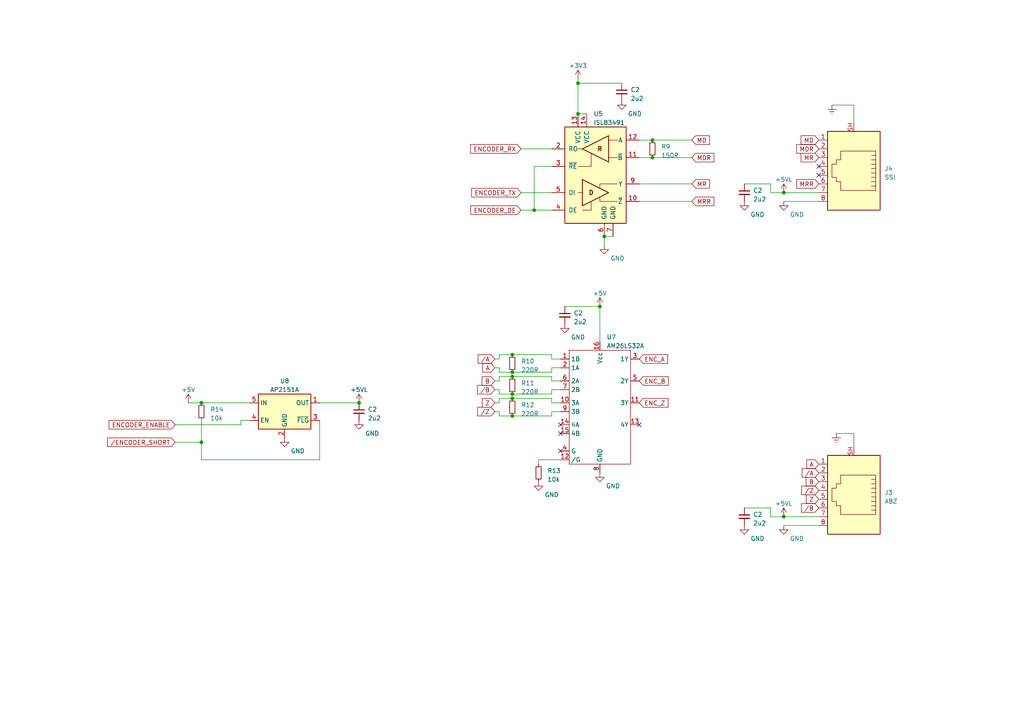
<source format=kicad_sch>
(kicad_sch (version 20230121) (generator eeschema)
  (paper "A4")
  (lib_symbols
    (symbol "Connector:8P8C_Shielded" (pin_names (offset 1.016))
      (property "Reference" "J" (at -5.08 13.97 0))
      (property "Value" "8P8C_Shielded" (at 2.54 13.97 0))
      (symbol "8P8C_Shielded_0_1"
        (polyline (pts (xy -5.08 4.445) (xy -6.35 4.445)))
        (polyline (pts (xy -5.08 5.715) (xy -6.35 5.715)))
        (polyline (pts (xy -6.35 -3.175) (xy -5.08 -3.175) (xy -5.08 -3.175)))
        (polyline (pts (xy -6.35 -1.905) (xy -5.08 -1.905) (xy -5.08 -1.905)))
        (polyline (pts (xy -6.35 -0.635) (xy -5.08 -0.635) (xy -5.08 -0.635)))
        (polyline (pts (xy -6.35 0.635) (xy -5.08 0.635) (xy -5.08 0.635)))
        (polyline (pts (xy -6.35 1.905) (xy -5.08 1.905) (xy -5.08 1.905)))
        (polyline (pts (xy -5.08 3.175) (xy -6.35 3.175) (xy -6.35 3.175)))
        (polyline (pts (xy -6.35 -4.445) (xy -6.35 6.985) (xy 3.81 6.985) (xy 3.81 4.445) (xy 5.08 4.445) (xy 5.08 3.175) (xy 6.35 3.175) (xy 6.35 -0.635) (xy 5.08 -0.635) (xy 5.08 -1.905) (xy 3.81 -1.905) (xy 3.81 -4.445) (xy -6.35 -4.445) (xy -6.35 -4.445)))
        (rectangle (start 7.62 12.7) (end -7.62 -10.16) (stroke (width 0.254)) (fill (type background)))
      )
      (symbol "8P8C_Shielded_1_1"
        (pin passive line (at 10.16 -7.62 180) (length 2.54) (name "~") (number "1"))
        (pin passive line (at 10.16 -5.08 180) (length 2.54) (name "~") (number "2"))
        (pin passive line (at 10.16 -2.54 180) (length 2.54) (name "~") (number "3"))
        (pin passive line (at 10.16 0 180) (length 2.54) (name "~") (number "4"))
        (pin passive line (at 10.16 2.54 180) (length 2.54) (name "~") (number "5"))
        (pin passive line (at 10.16 5.08 180) (length 2.54) (name "~") (number "6"))
        (pin passive line (at 10.16 7.62 180) (length 2.54) (name "~") (number "7"))
        (pin passive line (at 10.16 10.16 180) (length 2.54) (name "~") (number "8"))
        (pin passive line (at 0 -12.7 90) (length 2.54) (name "~") (number "SH"))
      )
    )
    (symbol "Device:C_Small" (pin_numbers hide) (pin_names (offset 0.254) hide)
      (property "Reference" "C" (at 0.254 1.778 0))
      (property "Value" "C_Small" (at 0.254 -2.032 0))
      (symbol "C_Small_0_1"
        (polyline (pts (xy -1.524 -0.508) (xy 1.524 -0.508)) (stroke (width 0.3302)))
        (polyline (pts (xy -1.524 0.508) (xy 1.524 0.508)) (stroke (width 0.3048)))
      )
      (symbol "C_Small_1_1"
        (pin passive line (at 0 2.54 270) (length 2.032) (name "~") (number "1"))
        (pin passive line (at 0 -2.54 90) (length 2.032) (name "~") (number "2"))
      )
    )
    (symbol "Device:R_Small" (pin_numbers hide) (pin_names (offset 0.254) hide)
      (property "Reference" "R" (at 0.762 0.508 0))
      (property "Value" "R_Small" (at 0.762 -1.016 0))
      (symbol "R_Small_0_1"
        (rectangle (start -0.762 1.778) (end 0.762 -1.778) (stroke (width 0.2032)))
      )
      (symbol "R_Small_1_1"
        (pin passive line (at 0 2.54 270) (length 0.762) (name "~") (number "1"))
        (pin passive line (at 0 -2.54 90) (length 0.762) (name "~") (number "2"))
      )
    )
    (symbol "Interface_UART:ISL83491" (pin_names (offset 1.016))
      (property "Reference" "U" (at -7.62 -15.24 0))
      (property "Value" "ISL83491" (at 0 15.24 0))
      (symbol "ISL83491_0_0"
        (text "D" (at -1.27 -5.08 0) (effects (font (size 1.27 1.27) bold)))
        (text "R" (at 1.27 7.62 0) (effects (font (size 1.27 1.27) bold)))
      )
      (symbol "ISL83491_0_1"
        (rectangle (start -8.89 13.97) (end 8.89 -13.97) (stroke (width 0.254)) (fill (type background)))
        (polyline (pts (xy -5.08 -5.08) (xy -3.81 -5.08)))
        (polyline (pts (xy -3.81 7.62) (xy -5.08 7.62)))
        (polyline (pts (xy 6.35 5.08) (xy 3.81 5.08) (xy 3.81 5.08)))
        (polyline (pts (xy 6.35 10.16) (xy 3.81 10.16) (xy 3.81 10.16)))
        (polyline (pts (xy -3.81 -10.16) (xy -1.27 -10.16) (xy -1.27 -7.62) (xy -1.27 -7.62)))
        (polyline (pts (xy -1.27 6.35) (xy -1.27 2.54) (xy -2.54 2.54) (xy -5.08 2.54)))
        (polyline (pts (xy 6.35 -7.62) (xy 1.27 -7.62) (xy 1.27 -6.35) (xy 1.27 -6.35)))
        (polyline (pts (xy 6.35 -2.54) (xy 1.27 -2.54) (xy 1.27 -3.81) (xy 1.27 -3.81)))
        (polyline (pts (xy -3.81 -1.27) (xy -3.81 -8.89) (xy 3.81 -5.08) (xy -3.81 -1.27) (xy -3.81 -1.27)) (stroke (width 0.254)))
        (polyline (pts (xy 3.81 11.43) (xy 3.81 3.81) (xy -3.81 7.62) (xy 3.81 11.43) (xy 3.81 11.43)) (stroke (width 0.254)))
      )
      (symbol "ISL83491_1_1"
        (pin output line (at 12.7 -7.62 180) (length 3.81) (name "~{Z}") (number "10"))
        (pin input line (at 12.7 5.08 180) (length 3.81) (name "~{B}") (number "11"))
        (pin input line (at 12.7 10.16 180) (length 3.81) (name "A") (number "12"))
        (pin power_in line (at -5.08 17.78 270) (length 3.81) (name "VCC") (number "13"))
        (pin power_in line (at -2.54 17.78 270) (length 3.81) (name "VCC") (number "14"))
        (pin output line (at -12.7 7.62 0) (length 3.81) (name "RO") (number "2"))
        (pin input line (at -12.7 2.54 0) (length 3.81) (name "~{RE}") (number "3"))
        (pin input line (at -12.7 -10.16 0) (length 3.81) (name "DE") (number "4"))
        (pin input line (at -12.7 -5.08 0) (length 3.81) (name "DI") (number "5"))
        (pin power_in line (at 2.54 -17.78 90) (length 3.81) (name "GND") (number "6"))
        (pin power_in line (at 5.08 -17.78 90) (length 3.81) (name "GND") (number "7"))
        (pin output line (at 12.7 -2.54 180) (length 3.81) (name "Y") (number "9"))
      )
    )
    (symbol "Power_Management:AP2171W"
      (property "Reference" "U" (at -7.62 -6.35 0))
      (property "Value" "AP2171W" (at -7.62 6.35 0))
      (symbol "AP2171W_0_1"
        (rectangle (start -7.62 5.08) (end 7.62 -5.08) (stroke (width 0.254)) (fill (type background)))
      )
      (symbol "AP2171W_1_1"
        (pin power_out line (at 10.16 2.54 180) (length 2.54) (name "OUT") (number "1"))
        (pin power_in line (at 0 -7.62 90) (length 2.54) (name "GND") (number "2"))
        (pin open_collector line (at 10.16 -2.54 180) (length 2.54) (name "~{FLG}") (number "3"))
        (pin input line (at -10.16 -2.54 0) (length 2.54) (name "EN") (number "4"))
        (pin power_in line (at -10.16 2.54 0) (length 2.54) (name "IN") (number "5"))
      )
    )
    (symbol "am26ls32:AM26LS32A"
      (property "Reference" "U" (at -1.27 2.54 0))
      (property "Value" "AM26LS32A" (at 0 0 0))
      (symbol "AM26LS32A_0_1"
        (rectangle (start -8.89 13.97) (end 8.89 -19.05) (stroke (width 0.1524)))
      )
      (symbol "AM26LS32A_1_1"
        (pin input line (at -11.43 11.43 0) (length 2.54) (name "1B") (number "1"))
        (pin input line (at -11.43 -1.27 0) (length 2.54) (name "3A") (number "10"))
        (pin output line (at 11.43 -1.27 180) (length 2.54) (name "3Y") (number "11"))
        (pin input line (at -11.43 -17.78 0) (length 2.54) (name "/G") (number "12"))
        (pin output line (at 11.43 -7.62 180) (length 2.54) (name "4Y") (number "13"))
        (pin input line (at -11.43 -7.62 0) (length 2.54) (name "4A") (number "14"))
        (pin input line (at -11.43 -10.16 0) (length 2.54) (name "4B") (number "15"))
        (pin power_in line (at 0 16.51 270) (length 2.54) (name "Vcc") (number "16"))
        (pin input line (at -11.43 8.89 0) (length 2.54) (name "1A") (number "2"))
        (pin output line (at 11.43 11.43 180) (length 2.54) (name "1Y") (number "3"))
        (pin input line (at -11.43 -15.24 0) (length 2.54) (name "G") (number "4"))
        (pin output line (at 11.43 5.08 180) (length 2.54) (name "2Y") (number "5"))
        (pin input line (at -11.43 5.08 0) (length 2.54) (name "2A") (number "6"))
        (pin input line (at -11.43 2.54 0) (length 2.54) (name "2B") (number "7"))
        (pin power_in line (at 0 -21.59 90) (length 2.54) (name "GND") (number "8"))
        (pin input line (at -11.43 -3.81 0) (length 2.54) (name "3B") (number "9"))
      )
    )
    (symbol "power:+3V3" (power) (pin_names (offset 0))
      (property "Value" "+3V3" (at 0 3.556 0))
      (symbol "+3V3_0_1"
        (polyline (pts (xy -0.762 1.27) (xy 0 2.54)))
        (polyline (pts (xy 0 0) (xy 0 2.54)))
        (polyline (pts (xy 0 2.54) (xy 0.762 1.27)))
      )
      (symbol "+3V3_1_1"
        (pin power_in line (at 0 0 90) (length 0) hide (name "+3V3") (number "1"))
      )
    )
    (symbol "power:+5V" (power) (pin_names (offset 0))
      (property "Value" "+5V" (at 0 3.556 0))
      (symbol "+5V_0_1"
        (polyline (pts (xy -0.762 1.27) (xy 0 2.54)))
        (polyline (pts (xy 0 0) (xy 0 2.54)))
        (polyline (pts (xy 0 2.54) (xy 0.762 1.27)))
      )
      (symbol "+5V_1_1"
        (pin power_in line (at 0 0 90) (length 0) hide (name "+5V") (number "1"))
      )
    )
    (symbol "power:+5VL" (power) (pin_names (offset 0))
      (property "Value" "+5VL" (at 0 3.556 0))
      (symbol "+5VL_0_1"
        (polyline (pts (xy -0.762 1.27) (xy 0 2.54)))
        (polyline (pts (xy 0 0) (xy 0 2.54)))
        (polyline (pts (xy 0 2.54) (xy 0.762 1.27)))
      )
      (symbol "+5VL_1_1"
        (pin power_in line (at 0 0 90) (length 0) hide (name "+5VL") (number "1"))
      )
    )
    (symbol "power:Earth" (power) (pin_names (offset 0))
      (symbol "Earth_0_1"
        (polyline (pts (xy -0.635 -1.905) (xy 0.635 -1.905)))
        (polyline (pts (xy -0.127 -2.54) (xy 0.127 -2.54)))
        (polyline (pts (xy 0 -1.27) (xy 0 0)))
        (polyline (pts (xy 1.27 -1.27) (xy -1.27 -1.27)))
      )
      (symbol "Earth_1_1"
        (pin power_in line (at 0 0 270) (length 0) hide (name "Earth") (number "1"))
      )
    )
    (symbol "power:GND" (power) (pin_names (offset 0))
      (property "Value" "GND" (at 0 -3.81 0))
      (symbol "GND_0_1"
        (polyline (pts (xy 0 0) (xy 0 -1.27) (xy 1.27 -1.27) (xy 0 -2.54) (xy -1.27 -1.27) (xy 0 -1.27)))
      )
      (symbol "GND_1_1"
        (pin power_in line (at 0 0 270) (length 0) hide (name "GND") (number "1"))
      )
    )
  )
  (junction (at 227.33 55.88))
  (junction (at 167.64 33.02))
  (junction (at 104.14 116.84))
  (junction (at 148.59 120.65))
  (junction (at 227.33 149.86))
  (junction (at 58.42 128.27))
  (junction (at 148.59 109.22))
  (junction (at 148.59 114.3))
  (junction (at 148.59 115.57))
  (junction (at 167.64 24.13))
  (junction (at 189.23 40.64))
  (junction (at 173.99 88.9))
  (junction (at 154.94 60.96))
  (junction (at 58.42 116.84))
  (junction (at 175.26 68.58))
  (junction (at 148.59 102.87))
  (junction (at 189.23 45.72))
  (junction (at 148.59 107.95))
  (no_connect (at 237.49 50.8))
  (no_connect (at 162.56 130.81))
  (no_connect (at 162.56 125.73))
  (no_connect (at 185.42 123.19))
  (no_connect (at 237.49 48.26))
  (no_connect (at 162.56 123.19))
  (wire (pts (xy 185.42 40.64) (xy 189.23 40.64)))
  (wire (pts (xy 144.78 104.14) (xy 144.78 102.87)))
  (wire (pts (xy 167.64 22.86) (xy 167.64 24.13)))
  (wire (pts (xy 144.78 109.22) (xy 148.59 109.22)))
  (wire (pts (xy 160.02 48.26) (xy 154.94 48.26)))
  (wire (pts (xy 160.02 102.87) (xy 148.59 102.87)))
  (wire (pts (xy 58.42 121.92) (xy 58.42 128.27)))
  (wire (pts (xy 156.21 133.35) (xy 162.56 133.35)))
  (wire (pts (xy 227.33 55.88) (xy 237.49 55.88)))
  (wire (pts (xy 144.78 106.68) (xy 144.78 107.95)))
  (wire (pts (xy 154.94 60.96) (xy 160.02 60.96)))
  (wire (pts (xy 144.78 116.84) (xy 144.78 115.57)))
  (wire (pts (xy 143.51 116.84) (xy 144.78 116.84)))
  (wire (pts (xy 162.56 116.84) (xy 160.02 116.84)))
  (wire (pts (xy 247.65 129.54) (xy 247.65 125.73)))
  (wire (pts (xy 148.59 120.65) (xy 160.02 120.65)))
  (wire (pts (xy 144.78 113.03) (xy 144.78 114.3)))
  (wire (pts (xy 144.78 115.57) (xy 148.59 115.57)))
  (wire (pts (xy 58.42 133.35) (xy 92.71 133.35)))
  (wire (pts (xy 69.85 123.19) (xy 50.8 123.19)))
  (wire (pts (xy 167.64 24.13) (xy 180.34 24.13)))
  (wire (pts (xy 151.13 55.88) (xy 160.02 55.88)))
  (wire (pts (xy 247.65 30.48) (xy 241.3 30.48)))
  (wire (pts (xy 160.02 110.49) (xy 160.02 109.22)))
  (wire (pts (xy 175.26 68.58) (xy 177.8 68.58)))
  (wire (pts (xy 189.23 40.64) (xy 200.66 40.64)))
  (wire (pts (xy 167.64 33.02) (xy 170.18 33.02)))
  (wire (pts (xy 72.39 121.92) (xy 69.85 121.92)))
  (wire (pts (xy 160.02 104.14) (xy 160.02 102.87)))
  (wire (pts (xy 143.51 113.03) (xy 144.78 113.03)))
  (wire (pts (xy 185.42 58.42) (xy 200.66 58.42)))
  (wire (pts (xy 173.99 88.9) (xy 163.83 88.9)))
  (wire (pts (xy 227.33 149.86) (xy 237.49 149.86)))
  (wire (pts (xy 143.51 110.49) (xy 144.78 110.49)))
  (wire (pts (xy 143.51 106.68) (xy 144.78 106.68)))
  (wire (pts (xy 185.42 53.34) (xy 200.66 53.34)))
  (wire (pts (xy 54.61 116.84) (xy 58.42 116.84)))
  (wire (pts (xy 160.02 106.68) (xy 162.56 106.68)))
  (wire (pts (xy 189.23 45.72) (xy 200.66 45.72)))
  (wire (pts (xy 185.42 45.72) (xy 189.23 45.72)))
  (wire (pts (xy 69.85 121.92) (xy 69.85 123.19)))
  (wire (pts (xy 148.59 107.95) (xy 160.02 107.95)))
  (wire (pts (xy 162.56 110.49) (xy 160.02 110.49)))
  (wire (pts (xy 223.52 149.86) (xy 223.52 147.32)))
  (wire (pts (xy 167.64 24.13) (xy 167.64 33.02)))
  (wire (pts (xy 144.78 119.38) (xy 144.78 120.65)))
  (wire (pts (xy 227.33 152.4) (xy 237.49 152.4)))
  (wire (pts (xy 92.71 133.35) (xy 92.71 121.92)))
  (wire (pts (xy 144.78 120.65) (xy 148.59 120.65)))
  (wire (pts (xy 154.94 48.26) (xy 154.94 60.96)))
  (wire (pts (xy 162.56 104.14) (xy 160.02 104.14)))
  (wire (pts (xy 151.13 43.18) (xy 160.02 43.18)))
  (wire (pts (xy 143.51 119.38) (xy 144.78 119.38)))
  (wire (pts (xy 143.51 104.14) (xy 144.78 104.14)))
  (wire (pts (xy 223.52 55.88) (xy 223.52 53.34)))
  (wire (pts (xy 144.78 102.87) (xy 148.59 102.87)))
  (wire (pts (xy 160.02 114.3) (xy 160.02 113.03)))
  (wire (pts (xy 227.33 149.86) (xy 223.52 149.86)))
  (wire (pts (xy 223.52 147.32) (xy 215.9 147.32)))
  (wire (pts (xy 92.71 116.84) (xy 104.14 116.84)))
  (wire (pts (xy 223.52 53.34) (xy 215.9 53.34)))
  (wire (pts (xy 148.59 114.3) (xy 160.02 114.3)))
  (wire (pts (xy 50.8 128.27) (xy 58.42 128.27)))
  (wire (pts (xy 144.78 107.95) (xy 148.59 107.95)))
  (wire (pts (xy 160.02 119.38) (xy 162.56 119.38)))
  (wire (pts (xy 160.02 120.65) (xy 160.02 119.38)))
  (wire (pts (xy 156.21 134.62) (xy 156.21 133.35)))
  (wire (pts (xy 58.42 128.27) (xy 58.42 133.35)))
  (wire (pts (xy 151.13 60.96) (xy 154.94 60.96)))
  (wire (pts (xy 173.99 99.06) (xy 173.99 88.9)))
  (wire (pts (xy 160.02 113.03) (xy 162.56 113.03)))
  (wire (pts (xy 160.02 116.84) (xy 160.02 115.57)))
  (wire (pts (xy 148.59 115.57) (xy 160.02 115.57)))
  (wire (pts (xy 160.02 109.22) (xy 148.59 109.22)))
  (wire (pts (xy 247.65 35.56) (xy 247.65 30.48)))
  (wire (pts (xy 247.65 125.73) (xy 242.57 125.73)))
  (wire (pts (xy 58.42 116.84) (xy 72.39 116.84)))
  (wire (pts (xy 144.78 114.3) (xy 148.59 114.3)))
  (wire (pts (xy 160.02 107.95) (xy 160.02 106.68)))
  (wire (pts (xy 175.26 68.58) (xy 175.26 71.12)))
  (wire (pts (xy 227.33 58.42) (xy 237.49 58.42)))
  (wire (pts (xy 227.33 55.88) (xy 223.52 55.88)))
  (wire (pts (xy 144.78 110.49) (xy 144.78 109.22)))
  (global_label "ENCODER_DE" (shape input) (at 151.13 60.96 180) (property "Intersheetrefs" "${INTERSHEET_REFS}" (effects hide)))
  (global_label "B" (shape input) (at 237.49 139.7 180) (property "Intersheetrefs" "${INTERSHEET_REFS}" (effects hide)))
  (global_label "{slash}A" (shape input) (at 143.51 104.14 180) (property "Intersheetrefs" "${INTERSHEET_REFS}" (effects hide)))
  (global_label "Z" (shape input) (at 143.51 116.84 180) (property "Intersheetrefs" "${INTERSHEET_REFS}" (effects hide)))
  (global_label "{slash}Z" (shape input) (at 237.49 142.24 180) (property "Intersheetrefs" "${INTERSHEET_REFS}" (effects hide)))
  (global_label "{slash}B" (shape input) (at 143.51 113.03 180) (property "Intersheetrefs" "${INTERSHEET_REFS}" (effects hide)))
  (global_label "MD" (shape input) (at 200.66 40.64 0) (property "Intersheetrefs" "${INTERSHEET_REFS}" (effects hide)))
  (global_label "ENCODER_RX" (shape input) (at 151.13 43.18 180) (property "Intersheetrefs" "${INTERSHEET_REFS}" (effects hide)))
  (global_label "{slash}ENCODER_SHORT" (shape input) (at 50.8 128.27 180) (property "Intersheetrefs" "${INTERSHEET_REFS}" (effects hide)))
  (global_label "MDR" (shape input) (at 237.49 43.18 180) (property "Intersheetrefs" "${INTERSHEET_REFS}" (effects hide)))
  (global_label "A" (shape input) (at 237.49 134.62 180) (property "Intersheetrefs" "${INTERSHEET_REFS}" (effects hide)))
  (global_label "{slash}Z" (shape input) (at 143.51 119.38 180) (property "Intersheetrefs" "${INTERSHEET_REFS}" (effects hide)))
  (global_label "MRR" (shape input) (at 237.49 53.34 180) (property "Intersheetrefs" "${INTERSHEET_REFS}" (effects hide)))
  (global_label "MDR" (shape input) (at 200.66 45.72 0) (property "Intersheetrefs" "${INTERSHEET_REFS}" (effects hide)))
  (global_label "MRR" (shape input) (at 200.66 58.42 0) (property "Intersheetrefs" "${INTERSHEET_REFS}" (effects hide)))
  (global_label "ENC_Z" (shape input) (at 185.42 116.84 0) (property "Intersheetrefs" "${INTERSHEET_REFS}" (effects hide)))
  (global_label "ENC_A" (shape input) (at 185.42 104.14 0) (property "Intersheetrefs" "${INTERSHEET_REFS}" (effects hide)))
  (global_label "Z" (shape input) (at 237.49 144.78 180) (property "Intersheetrefs" "${INTERSHEET_REFS}" (effects hide)))
  (global_label "MR" (shape input) (at 237.49 45.72 180) (property "Intersheetrefs" "${INTERSHEET_REFS}" (effects hide)))
  (global_label "ENCODER_TX" (shape input) (at 151.13 55.88 180) (property "Intersheetrefs" "${INTERSHEET_REFS}" (effects hide)))
  (global_label "{slash}A" (shape input) (at 237.49 137.16 180) (property "Intersheetrefs" "${INTERSHEET_REFS}" (effects hide)))
  (global_label "B" (shape input) (at 143.51 110.49 180) (property "Intersheetrefs" "${INTERSHEET_REFS}" (effects hide)))
  (global_label "MD" (shape input) (at 237.49 40.64 180) (property "Intersheetrefs" "${INTERSHEET_REFS}" (effects hide)))
  (global_label "ENC_B" (shape input) (at 185.42 110.49 0) (property "Intersheetrefs" "${INTERSHEET_REFS}" (effects hide)))
  (global_label "MR" (shape input) (at 200.66 53.34 0) (property "Intersheetrefs" "${INTERSHEET_REFS}" (effects hide)))
  (global_label "A" (shape input) (at 143.51 106.68 180) (property "Intersheetrefs" "${INTERSHEET_REFS}" (effects hide)))
  (global_label "ENCODER_ENABLE" (shape input) (at 50.8 123.19 180) (property "Intersheetrefs" "${INTERSHEET_REFS}" (effects hide)))
  (global_label "{slash}B" (shape input) (at 237.49 147.32 180) (property "Intersheetrefs" "${INTERSHEET_REFS}" (effects hide)))
  (symbol (lib_id "power:GND") (at 156.21 139.7 0) (unit 1)
    (property "Reference" "#PWR03" (effects hide))
    (property "Value" "GND" (at 160.02 143.51 0))
    (instances (project "servo_cpu" (path "" (reference "#PWR03") (unit 1)) (path "" (reference "#PWR022") (unit 1)) (path "" (reference "#PWR043") (unit 1)) (path "" (reference "#PWR059") (unit 1))))
  )
  (symbol (lib_id "power:GND") (at 163.83 93.98 0) (unit 1)
    (property "Reference" "#PWR03" (effects hide))
    (property "Value" "GND" (at 167.64 97.79 0))
    (instances (project "servo_cpu" (path "" (reference "#PWR03") (unit 1)) (path "" (reference "#PWR022") (unit 1)) (path "" (reference "#PWR043") (unit 1)) (path "" (reference "#PWR056") (unit 1))))
  )
  (symbol (lib_id "Device:R_Small") (at 156.21 137.16 0) (unit 1)
    (property "Reference" "R13" (at 158.75 136.525 0) (effects (justify left)))
    (property "Value" "10k" (at 158.75 139.065 0) (effects (justify left)))
  )
  (symbol (lib_id "power:GND") (at 215.9 152.4 0) (unit 1)
    (property "Reference" "#PWR03" (effects hide))
    (property "Value" "GND" (at 219.71 156.21 0))
    (instances (project "servo_cpu" (path "" (reference "#PWR03") (unit 1)) (path "" (reference "#PWR022") (unit 1)) (path "" (reference "#PWR043") (unit 1)) (path "" (reference "#PWR063") (unit 1))))
  )
  (symbol (lib_id "power:+5V") (at 173.99 88.9 0) (unit 1)
    (property "Reference" "#PWR057" (effects hide))
    (property "Value" "+5V" (at 173.99 85.09 0))
  )
  (symbol (lib_id "power:GND") (at 173.99 137.16 0) (unit 1)
    (property "Reference" "#PWR03" (effects hide))
    (property "Value" "GND" (at 177.8 140.97 0))
    (instances (project "servo_cpu" (path "" (reference "#PWR03") (unit 1)) (path "" (reference "#PWR022") (unit 1)) (path "" (reference "#PWR043") (unit 1)) (path "" (reference "#PWR058") (unit 1))))
  )
  (symbol (lib_id "Device:C_Small") (at 163.83 91.44 0) (unit 1)
    (property "Reference" "C2" (at 166.37 90.8113 0) (effects (justify left)))
    (property "Value" "2u2" (at 166.37 93.3513 0) (effects (justify left)))
    (instances (project "servo_cpu" (path "" (reference "C2") (unit 1)) (path "" (reference "C12") (unit 1)) (path "" (reference "C25") (unit 1)) (path "" (reference "C33") (unit 1))))
  )
  (symbol (lib_id "power:GND") (at 227.33 58.42 0) (unit 1)
    (property "Reference" "#PWR03" (effects hide))
    (property "Value" "GND" (at 231.14 62.23 0))
    (instances (project "servo_cpu" (path "" (reference "#PWR03") (unit 1)) (path "" (reference "#PWR022") (unit 1)) (path "" (reference "#PWR043") (unit 1)) (path "" (reference "#PWR071") (unit 1))))
  )
  (symbol (lib_id "Device:R_Small") (at 148.59 111.76 0) (unit 1)
    (property "Reference" "R11" (at 151.13 111.125 0) (effects (justify left)))
    (property "Value" "220R" (at 151.13 113.665 0) (effects (justify left)))
  )
  (symbol (lib_id "power:+3V3") (at 167.64 22.86 0) (unit 1)
    (property "Reference" "#PWR01" (effects hide))
    (property "Value" "+3V3" (at 167.64 19.05 0))
    (instances (project "servo_cpu" (path "" (reference "#PWR01") (unit 1)) (path "" (reference "#PWR011") (unit 1)) (path "" (reference "#PWR044") (unit 1)) (path "" (reference "#PWR053") (unit 1))))
  )
  (symbol (lib_id "power:+5V") (at 54.61 116.84 0) (unit 1)
    (property "Reference" "#PWR067" (effects hide))
    (property "Value" "+5V" (at 54.61 113.03 0))
  )
  (symbol (lib_id "Device:C_Small") (at 215.9 55.88 0) (unit 1)
    (property "Reference" "C2" (at 218.44 55.2513 0) (effects (justify left)))
    (property "Value" "2u2" (at 218.44 57.7913 0) (effects (justify left)))
    (instances (project "servo_cpu" (path "" (reference "C2") (unit 1)) (path "" (reference "C12") (unit 1)) (path "" (reference "C25") (unit 1)) (path "" (reference "C36") (unit 1))))
  )
  (symbol (lib_id "power:GND") (at 215.9 58.42 0) (unit 1)
    (property "Reference" "#PWR03" (effects hide))
    (property "Value" "GND" (at 219.71 62.23 0))
    (instances (project "servo_cpu" (path "" (reference "#PWR03") (unit 1)) (path "" (reference "#PWR022") (unit 1)) (path "" (reference "#PWR043") (unit 1)) (path "" (reference "#PWR069") (unit 1))))
  )
  (symbol (lib_id "Connector:8P8C_Shielded") (at 247.65 142.24 180) (unit 1)
    (property "Reference" "J3" (at 256.54 142.875 0) (effects (justify right)))
    (property "Value" "ABZ" (at 256.54 145.415 0) (effects (justify right)))
    (property "Footprint" "Connector_RJ:RJ45_Ninigi_GE" (effects hide))
  )
  (symbol (lib_id "Interface_UART:ISL83491") (at 172.72 50.8 0) (unit 1)
    (property "Reference" "U5" (at 172.1359 33.02 0) (effects (justify left)))
    (property "Value" "ISL83491" (at 172.1359 35.56 0) (effects (justify left)))
    (property "Datasheet" "http://www.intersil.com/content/dam/Intersil/documents/isl8/isl83483-85-88-90-91.pdf" (effects hide))
  )
  (symbol (lib_id "power:+5VL") (at 104.14 116.84 0) (unit 1)
    (property "Reference" "#PWR066" (effects hide))
    (property "Value" "+5VL" (at 104.14 113.03 0))
  )
  (symbol (lib_id "Connector:8P8C_Shielded") (at 247.65 48.26 180) (unit 1)
    (property "Reference" "J4" (at 256.54 48.895 0) (effects (justify right)))
    (property "Value" "SSI" (at 256.54 51.435 0) (effects (justify right)))
    (property "Footprint" "Connector_RJ:RJ45_Ninigi_GE" (effects hide))
  )
  (symbol (lib_id "power:GND") (at 104.14 121.92 0) (unit 1)
    (property "Reference" "#PWR03" (effects hide))
    (property "Value" "GND" (at 107.95 125.73 0))
    (instances (project "servo_cpu" (path "" (reference "#PWR03") (unit 1)) (path "" (reference "#PWR022") (unit 1)) (path "" (reference "#PWR043") (unit 1)) (path "" (reference "#PWR064") (unit 1))))
  )
  (symbol (lib_id "Device:C_Small") (at 215.9 149.86 0) (unit 1)
    (property "Reference" "C2" (at 218.44 149.2313 0) (effects (justify left)))
    (property "Value" "2u2" (at 218.44 151.7713 0) (effects (justify left)))
    (instances (project "servo_cpu" (path "" (reference "C2") (unit 1)) (path "" (reference "C12") (unit 1)) (path "" (reference "C25") (unit 1)) (path "" (reference "C34") (unit 1))))
  )
  (symbol (lib_id "power:Earth") (at 241.3 30.48 0) (unit 1)
    (property "Reference" "#PWR068" (effects hide))
    (property "Value" "Earth" (effects hide))
  )
  (symbol (lib_id "power:+5VL") (at 227.33 149.86 0) (unit 1)
    (property "Reference" "#PWR061" (effects hide))
    (property "Value" "+5VL" (at 227.33 146.05 0))
  )
  (symbol (lib_id "power:GND") (at 82.55 127 0) (unit 1)
    (property "Reference" "#PWR03" (effects hide))
    (property "Value" "GND" (at 86.36 130.81 0))
    (instances (project "servo_cpu" (path "" (reference "#PWR03") (unit 1)) (path "" (reference "#PWR022") (unit 1)) (path "" (reference "#PWR043") (unit 1)) (path "" (reference "#PWR065") (unit 1))))
  )
  (symbol (lib_id "power:GND") (at 227.33 152.4 0) (unit 1)
    (property "Reference" "#PWR03" (effects hide))
    (property "Value" "GND" (at 231.14 156.21 0))
    (instances (project "servo_cpu" (path "" (reference "#PWR03") (unit 1)) (path "" (reference "#PWR022") (unit 1)) (path "" (reference "#PWR043") (unit 1)) (path "" (reference "#PWR062") (unit 1))))
  )
  (symbol (lib_id "power:GND") (at 180.34 29.21 0) (unit 1)
    (property "Reference" "#PWR03" (effects hide))
    (property "Value" "GND" (at 184.15 33.02 0))
    (instances (project "servo_cpu" (path "" (reference "#PWR03") (unit 1)) (path "" (reference "#PWR022") (unit 1)) (path "" (reference "#PWR043") (unit 1)) (path "" (reference "#PWR054") (unit 1))))
  )
  (symbol (lib_id "power:GND") (at 175.26 71.12 0) (unit 1)
    (property "Reference" "#PWR03" (effects hide))
    (property "Value" "GND" (at 179.07 74.93 0))
    (instances (project "servo_cpu" (path "" (reference "#PWR03") (unit 1)) (path "" (reference "#PWR022") (unit 1)) (path "" (reference "#PWR043") (unit 1)) (path "" (reference "#PWR055") (unit 1))))
  )
  (symbol (lib_id "am26ls32:AM26LS32A") (at 173.99 115.57 0) (unit 1)
    (property "Reference" "U7" (at 175.9459 97.79 0) (effects (justify left)))
    (property "Value" "AM26LS32A" (at 175.9459 100.33 0) (effects (justify left)))
  )
  (symbol (lib_id "Device:R_Small") (at 58.42 119.38 0) (unit 1)
    (property "Reference" "R14" (at 60.96 118.745 0) (effects (justify left)))
    (property "Value" "10k" (at 60.96 121.285 0) (effects (justify left)))
  )
  (symbol (lib_id "Device:C_Small") (at 180.34 26.67 0) (unit 1)
    (property "Reference" "C2" (at 182.88 26.0413 0) (effects (justify left)))
    (property "Value" "2u2" (at 182.88 28.5813 0) (effects (justify left)))
    (instances (project "servo_cpu" (path "" (reference "C2") (unit 1)) (path "" (reference "C12") (unit 1)) (path "" (reference "C25") (unit 1)) (path "" (reference "C32") (unit 1))))
  )
  (symbol (lib_id "power:+5VL") (at 227.33 55.88 0) (unit 1)
    (property "Reference" "#PWR070" (effects hide))
    (property "Value" "+5VL" (at 227.33 52.07 0))
  )
  (symbol (lib_id "Device:R_Small") (at 189.23 43.18 0) (unit 1)
    (property "Reference" "R9" (at 191.77 42.545 0) (effects (justify left)))
    (property "Value" "150R" (at 191.77 45.085 0) (effects (justify left)))
  )
  (symbol (lib_id "power:Earth") (at 242.57 125.73 0) (unit 1)
    (property "Reference" "#PWR060" (effects hide))
    (property "Value" "Earth" (effects hide))
  )
  (symbol (lib_id "Power_Management:AP2171W") (at 82.55 119.38 0) (unit 1)
    (property "Reference" "U8" (at 82.55 110.49 0))
    (property "Value" "AP2151A" (at 82.55 113.03 0))
    (property "Footprint" "Package_TO_SOT_SMD:SOT-23-5" (effects hide))
    (property "Datasheet" "https://www.diodes.com/assets/Datasheets/AP2161.pdf" (effects hide))
  )
  (symbol (lib_id "Device:R_Small") (at 148.59 105.41 0) (unit 1)
    (property "Reference" "R10" (at 151.13 104.775 0) (effects (justify left)))
    (property "Value" "220R" (at 151.13 107.315 0) (effects (justify left)))
  )
  (symbol (lib_id "Device:C_Small") (at 104.14 119.38 0) (unit 1)
    (property "Reference" "C2" (at 106.68 118.7513 0) (effects (justify left)))
    (property "Value" "2u2" (at 106.68 121.2913 0) (effects (justify left)))
    (instances (project "servo_cpu" (path "" (reference "C2") (unit 1)) (path "" (reference "C12") (unit 1)) (path "" (reference "C25") (unit 1)) (path "" (reference "C35") (unit 1))))
  )
  (symbol (lib_id "Device:R_Small") (at 148.59 118.11 0) (unit 1)
    (property "Reference" "R12" (at 151.13 117.475 0) (effects (justify left)))
    (property "Value" "220R" (at 151.13 120.015 0) (effects (justify left)))
  )
)
</source>
